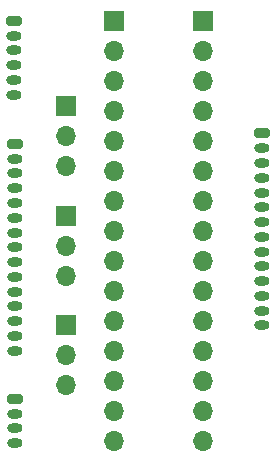
<source format=gbr>
%TF.GenerationSoftware,KiCad,Pcbnew,7.0.1*%
%TF.CreationDate,2023-04-02T14:30:40+09:00*%
%TF.ProjectId,joystick_gpio_input_main_part,6a6f7973-7469-4636-9b5f-6770696f5f69,2*%
%TF.SameCoordinates,PX7863d30PY784b050*%
%TF.FileFunction,Soldermask,Bot*%
%TF.FilePolarity,Negative*%
%FSLAX46Y46*%
G04 Gerber Fmt 4.6, Leading zero omitted, Abs format (unit mm)*
G04 Created by KiCad (PCBNEW 7.0.1) date 2023-04-02 14:30:40*
%MOMM*%
%LPD*%
G01*
G04 APERTURE LIST*
G04 Aperture macros list*
%AMRoundRect*
0 Rectangle with rounded corners*
0 $1 Rounding radius*
0 $2 $3 $4 $5 $6 $7 $8 $9 X,Y pos of 4 corners*
0 Add a 4 corners polygon primitive as box body*
4,1,4,$2,$3,$4,$5,$6,$7,$8,$9,$2,$3,0*
0 Add four circle primitives for the rounded corners*
1,1,$1+$1,$2,$3*
1,1,$1+$1,$4,$5*
1,1,$1+$1,$6,$7*
1,1,$1+$1,$8,$9*
0 Add four rect primitives between the rounded corners*
20,1,$1+$1,$2,$3,$4,$5,0*
20,1,$1+$1,$4,$5,$6,$7,0*
20,1,$1+$1,$6,$7,$8,$9,0*
20,1,$1+$1,$8,$9,$2,$3,0*%
G04 Aperture macros list end*
%ADD10RoundRect,0.200000X-0.450000X0.200000X-0.450000X-0.200000X0.450000X-0.200000X0.450000X0.200000X0*%
%ADD11O,1.300000X0.800000*%
%ADD12R,1.700000X1.700000*%
%ADD13O,1.700000X1.700000*%
G04 APERTURE END LIST*
D10*
%TO.C,J6*%
X24587200Y31038800D03*
D11*
X24587200Y29788800D03*
X24587200Y28538800D03*
X24587200Y27288800D03*
X24587200Y26038800D03*
X24587200Y24788800D03*
X24587200Y23538800D03*
X24587200Y22288800D03*
X24587200Y21038800D03*
X24587200Y19788800D03*
X24587200Y18538800D03*
X24587200Y17288800D03*
X24587200Y16038800D03*
X24587200Y14788800D03*
%TD*%
D12*
%TO.C,JP3*%
X8013000Y14808200D03*
D13*
X8013000Y12268200D03*
X8013000Y9728200D03*
%TD*%
D10*
%TO.C,J4*%
X3618800Y40563800D03*
D11*
X3618800Y39313800D03*
X3618800Y38063800D03*
X3618800Y36813800D03*
X3618800Y35563800D03*
X3618800Y34313800D03*
%TD*%
D12*
%TO.C,J1*%
X12026200Y40563800D03*
D13*
X12026200Y38023800D03*
X12026200Y35483800D03*
X12026200Y32943800D03*
X12026200Y30403800D03*
X12026200Y27863800D03*
X12026200Y25323800D03*
X12026200Y22783800D03*
X12026200Y20243800D03*
X12026200Y17703800D03*
X12026200Y15163800D03*
X12026200Y12623800D03*
X12026200Y10083800D03*
X12026200Y7543800D03*
X12026200Y5003800D03*
%TD*%
D10*
%TO.C,J3*%
X3644200Y30149800D03*
D11*
X3644200Y28899800D03*
X3644200Y27649800D03*
X3644200Y26399800D03*
X3644200Y25149800D03*
X3644200Y23899800D03*
X3644200Y22649800D03*
X3644200Y21399800D03*
X3644200Y20149800D03*
X3644200Y18899800D03*
X3644200Y17649800D03*
X3644200Y16399800D03*
X3644200Y15149800D03*
X3644200Y13899800D03*
X3644200Y12649800D03*
%TD*%
D12*
%TO.C,JP1*%
X8013000Y33350200D03*
D13*
X8013000Y30810200D03*
X8013000Y28270200D03*
%TD*%
D12*
%TO.C,J2*%
X19564351Y40563800D03*
D13*
X19564351Y38023800D03*
X19564351Y35483800D03*
X19564351Y32943800D03*
X19564351Y30403800D03*
X19564351Y27863800D03*
X19564351Y25323800D03*
X19564351Y22783800D03*
X19564351Y20243800D03*
X19564351Y17703800D03*
X19564351Y15163800D03*
X19564351Y12623800D03*
X19564351Y10083800D03*
X19564351Y7543800D03*
X19564351Y5003800D03*
%TD*%
D12*
%TO.C,JP2*%
X8013000Y24079200D03*
D13*
X8013000Y21539200D03*
X8013000Y18999200D03*
%TD*%
D10*
%TO.C,J5*%
X3644200Y8559800D03*
D11*
X3644200Y7309800D03*
X3644200Y6059800D03*
X3644200Y4809800D03*
%TD*%
M02*

</source>
